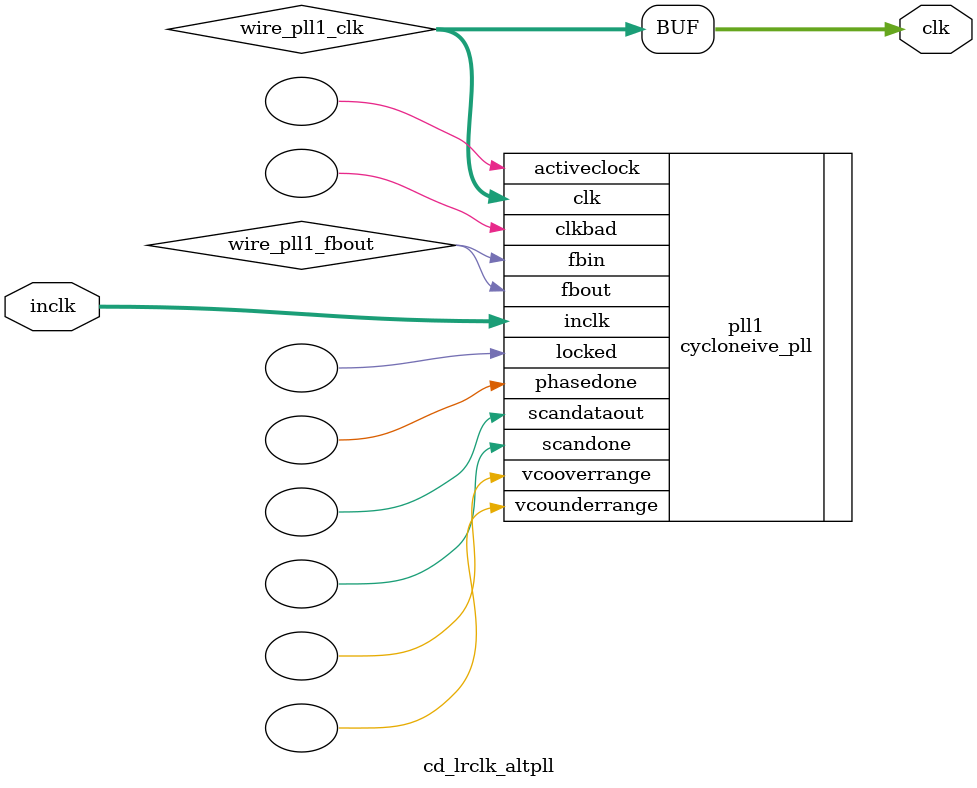
<source format=v>






//synthesis_resources = cycloneive_pll 1 
//synopsys translate_off
`timescale 1 ps / 1 ps
//synopsys translate_on
module  cd_lrclk_altpll
	( 
	clk,
	inclk) /* synthesis synthesis_clearbox=1 */;
	output   [4:0]  clk;
	input   [1:0]  inclk;
`ifndef ALTERA_RESERVED_QIS
// synopsys translate_off
`endif
	tri0   [1:0]  inclk;
`ifndef ALTERA_RESERVED_QIS
// synopsys translate_on
`endif

	wire  [4:0]   wire_pll1_clk;
	wire  wire_pll1_fbout;

	cycloneive_pll   pll1
	( 
	.activeclock(),
	.clk(wire_pll1_clk),
	.clkbad(),
	.fbin(wire_pll1_fbout),
	.fbout(wire_pll1_fbout),
	.inclk(inclk),
	.locked(),
	.phasedone(),
	.scandataout(),
	.scandone(),
	.vcooverrange(),
	.vcounderrange()
	`ifndef FORMAL_VERIFICATION
	// synopsys translate_off
	`endif
	,
	.areset(1'b0),
	.clkswitch(1'b0),
	.configupdate(1'b0),
	.pfdena(1'b1),
	.phasecounterselect({3{1'b0}}),
	.phasestep(1'b0),
	.phaseupdown(1'b0),
	.scanclk(1'b0),
	.scanclkena(1'b1),
	.scandata(1'b0)
	`ifndef FORMAL_VERIFICATION
	// synopsys translate_on
	`endif
	);
	defparam
		pll1.bandwidth_type = "auto",
		pll1.clk0_divide_by = 500000,
		pll1.clk0_duty_cycle = 50,
		pll1.clk0_multiply_by = 441,
		pll1.clk0_phase_shift = "0",
		pll1.compensate_clock = "clk0",
		pll1.inclk0_input_frequency = 20000,
		pll1.operation_mode = "normal",
		pll1.pll_type = "auto",
		pll1.lpm_type = "cycloneive_pll";
	assign
		clk = {wire_pll1_clk[4:0]};
endmodule //cd_lrclk_altpll
//VALID FILE

</source>
